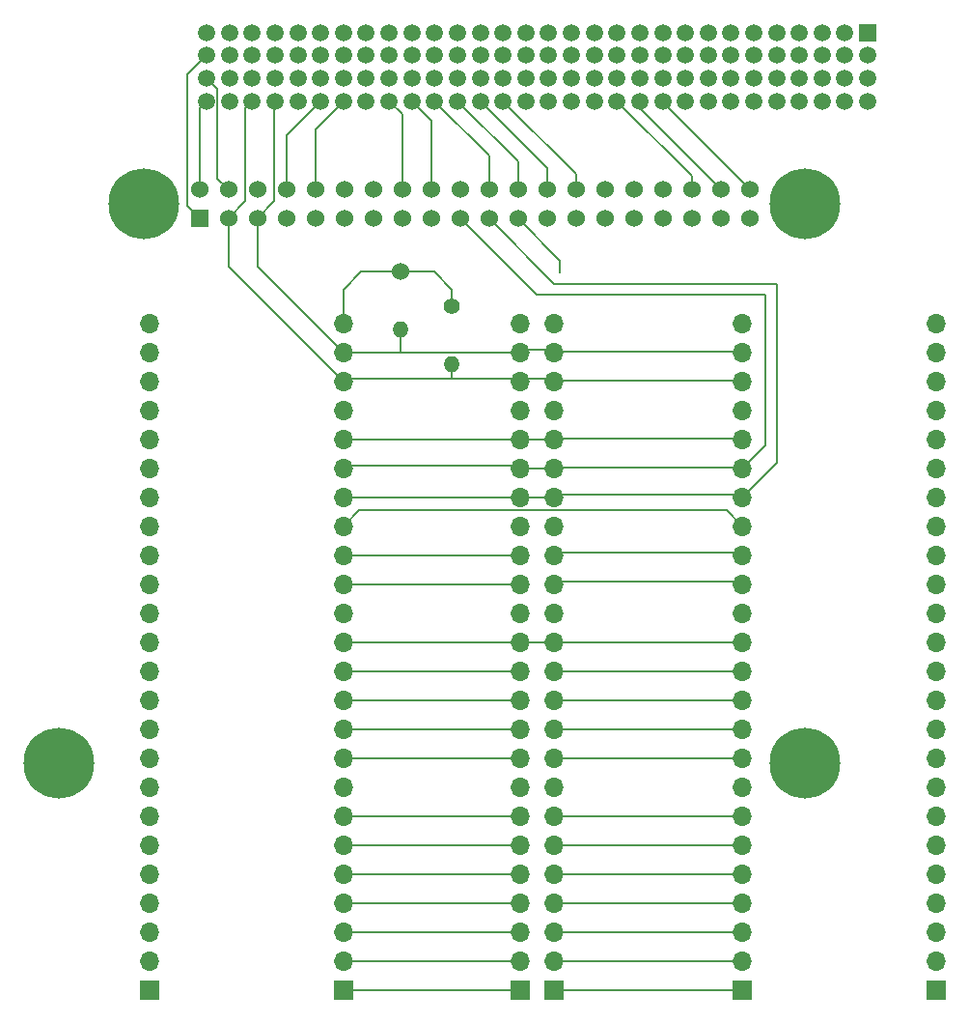
<source format=gbr>
%TF.GenerationSoftware,KiCad,Pcbnew,8.0.0*%
%TF.CreationDate,2025-01-08T23:24:48+02:00*%
%TF.ProjectId,diplomna_2024_pcb_layout,6469706c-6f6d-46e6-915f-323032345f70,rev?*%
%TF.SameCoordinates,Original*%
%TF.FileFunction,Copper,L1,Top*%
%TF.FilePolarity,Positive*%
%FSLAX46Y46*%
G04 Gerber Fmt 4.6, Leading zero omitted, Abs format (unit mm)*
G04 Created by KiCad (PCBNEW 8.0.0) date 2025-01-08 23:24:48*
%MOMM*%
%LPD*%
G01*
G04 APERTURE LIST*
%TA.AperFunction,ComponentPad*%
%ADD10R,1.524000X1.524000*%
%TD*%
%TA.AperFunction,ComponentPad*%
%ADD11C,1.524000*%
%TD*%
%TA.AperFunction,ComponentPad*%
%ADD12C,6.200000*%
%TD*%
%TA.AperFunction,ComponentPad*%
%ADD13R,1.700000X1.700000*%
%TD*%
%TA.AperFunction,ComponentPad*%
%ADD14O,1.700000X1.700000*%
%TD*%
%TA.AperFunction,ComponentPad*%
%ADD15R,1.500000X1.500000*%
%TD*%
%TA.AperFunction,ComponentPad*%
%ADD16C,1.500000*%
%TD*%
%TA.AperFunction,ComponentPad*%
%ADD17O,1.400000X1.400000*%
%TD*%
%TA.AperFunction,ComponentPad*%
%ADD18C,1.400000*%
%TD*%
%TA.AperFunction,ViaPad*%
%ADD19C,0.300000*%
%TD*%
%TA.AperFunction,Conductor*%
%ADD20C,0.200000*%
%TD*%
G04 APERTURE END LIST*
D10*
%TO.P,REF\u002A\u002A,1*%
%TO.N,3.3v*%
X173370000Y-70770000D03*
D11*
%TO.P,REF\u002A\u002A,2*%
%TO.N,VDD*%
X173370000Y-68230000D03*
%TO.P,REF\u002A\u002A,3*%
%TO.N,sda_i2c*%
X175910000Y-70770000D03*
%TO.P,REF\u002A\u002A,4*%
%TO.N,VDD*%
X175910000Y-68230000D03*
%TO.P,REF\u002A\u002A,5*%
%TO.N,scl_i2c*%
X178450000Y-70770000D03*
%TO.P,REF\u002A\u002A,6*%
%TO.N,GND*%
X178450000Y-68230000D03*
%TO.P,REF\u002A\u002A,7*%
%TO.N,N/C*%
X180990000Y-70770000D03*
%TO.P,REF\u002A\u002A,8*%
%TO.N,tx*%
X180990000Y-68230000D03*
%TO.P,REF\u002A\u002A,9*%
%TO.N,GND*%
X183530000Y-70770000D03*
%TO.P,REF\u002A\u002A,10*%
%TO.N,rx*%
X183530000Y-68230000D03*
%TO.P,REF\u002A\u002A,11*%
%TO.N,N/C*%
X186070000Y-70770000D03*
%TO.P,REF\u002A\u002A,12*%
X186070000Y-68230000D03*
%TO.P,REF\u002A\u002A,13*%
X188610000Y-70770000D03*
%TO.P,REF\u002A\u002A,14*%
%TO.N,GND*%
X188610000Y-68230000D03*
%TO.P,REF\u002A\u002A,15*%
%TO.N,N/C*%
X191150000Y-70770000D03*
%TO.P,REF\u002A\u002A,16*%
%TO.N,I/O*%
X191150000Y-68230000D03*
%TO.P,REF\u002A\u002A,17*%
%TO.N,N/C*%
X193690000Y-70770000D03*
%TO.P,REF\u002A\u002A,18*%
%TO.N,I/O*%
X193690000Y-68230000D03*
%TO.P,REF\u002A\u002A,19*%
%TO.N,mosi*%
X196230000Y-70770000D03*
%TO.P,REF\u002A\u002A,20*%
%TO.N,GND*%
X196230000Y-68230000D03*
%TO.P,REF\u002A\u002A,21*%
%TO.N,miso*%
X198770000Y-70770000D03*
%TO.P,REF\u002A\u002A,22*%
%TO.N,I/O*%
X198770000Y-68230000D03*
%TO.P,REF\u002A\u002A,23*%
%TO.N,scl*%
X201310000Y-70770000D03*
%TO.P,REF\u002A\u002A,24*%
%TO.N,I/O*%
X201310000Y-68230000D03*
%TO.P,REF\u002A\u002A,25*%
%TO.N,GND*%
X203850000Y-70770000D03*
%TO.P,REF\u002A\u002A,26*%
%TO.N,I/O*%
X203850000Y-68230000D03*
%TO.P,REF\u002A\u002A,27*%
%TO.N,N/C*%
X206390000Y-70770000D03*
%TO.P,REF\u002A\u002A,28*%
%TO.N,I/O*%
X206390000Y-68230000D03*
%TO.P,REF\u002A\u002A,29*%
%TO.N,N/C*%
X208930000Y-70770000D03*
%TO.P,REF\u002A\u002A,30*%
%TO.N,GND*%
X208930000Y-68230000D03*
%TO.P,REF\u002A\u002A,31*%
%TO.N,N/C*%
X211470000Y-70770000D03*
%TO.P,REF\u002A\u002A,32*%
X211470000Y-68230000D03*
%TO.P,REF\u002A\u002A,33*%
X214010000Y-70770000D03*
%TO.P,REF\u002A\u002A,34*%
%TO.N,GND*%
X214010000Y-68230000D03*
%TO.P,REF\u002A\u002A,35*%
%TO.N,N/C*%
X216550000Y-70770000D03*
%TO.P,REF\u002A\u002A,36*%
%TO.N,I/O*%
X216550000Y-68230000D03*
%TO.P,REF\u002A\u002A,37*%
%TO.N,N/C*%
X219090000Y-70770000D03*
%TO.P,REF\u002A\u002A,38*%
%TO.N,I/O*%
X219090000Y-68230000D03*
%TO.P,REF\u002A\u002A,39*%
%TO.N,GND*%
X221630000Y-70770000D03*
%TO.P,REF\u002A\u002A,40*%
%TO.N,I/O*%
X221630000Y-68230000D03*
D12*
%TO.P,REF\u002A\u002A,S1*%
%TO.N,GND*%
X168500000Y-69500000D03*
%TO.P,REF\u002A\u002A,S2*%
X226500000Y-69500000D03*
%TO.P,REF\u002A\u002A,S3*%
X226500000Y-118500000D03*
%TD*%
D13*
%TO.P,REF\u002A\u002A,1*%
%TO.N,I/O*%
X186000000Y-138400000D03*
D14*
%TO.P,REF\u002A\u002A,2*%
X186000000Y-135860000D03*
%TO.P,REF\u002A\u002A,3*%
X186000000Y-133320000D03*
%TO.P,REF\u002A\u002A,4*%
X186000000Y-130780000D03*
%TO.P,REF\u002A\u002A,5*%
X186000000Y-128240000D03*
%TO.P,REF\u002A\u002A,6*%
X186000000Y-125700000D03*
%TO.P,REF\u002A\u002A,7*%
X186000000Y-123160000D03*
%TO.P,REF\u002A\u002A,8*%
%TO.N,N/C*%
X186000000Y-120620000D03*
%TO.P,REF\u002A\u002A,9*%
%TO.N,CS*%
X186000000Y-118080000D03*
%TO.P,REF\u002A\u002A,10*%
X186000000Y-115540000D03*
%TO.P,REF\u002A\u002A,11*%
X186000000Y-113000000D03*
%TO.P,REF\u002A\u002A,12*%
X186000000Y-110460000D03*
%TO.P,REF\u002A\u002A,13*%
X186000000Y-107920000D03*
%TO.P,REF\u002A\u002A,14*%
%TO.N,N/C*%
X186000000Y-105380000D03*
%TO.P,REF\u002A\u002A,15*%
%TO.N,analog*%
X186000000Y-102840000D03*
%TO.P,REF\u002A\u002A,16*%
X186000000Y-100300000D03*
%TO.P,REF\u002A\u002A,17*%
%TO.N,CS*%
X186000000Y-97760000D03*
%TO.P,REF\u002A\u002A,18*%
%TO.N,miso*%
X186000000Y-95220000D03*
%TO.P,REF\u002A\u002A,19*%
%TO.N,mosi*%
X186000000Y-92680000D03*
%TO.P,REF\u002A\u002A,20*%
%TO.N,scl*%
X186000000Y-90140000D03*
%TO.P,REF\u002A\u002A,21*%
%TO.N,N/C*%
X186000000Y-87600000D03*
%TO.P,REF\u002A\u002A,22*%
%TO.N,sda_i2c*%
X186000000Y-85060000D03*
%TO.P,REF\u002A\u002A,23*%
%TO.N,scl_i2c*%
X186000000Y-82520000D03*
%TO.P,REF\u002A\u002A,24*%
%TO.N,VDD*%
X186000000Y-79980000D03*
%TD*%
D12*
%TO.P,,S4*%
%TO.N,GND*%
X161000000Y-118500000D03*
%TD*%
D14*
%TO.P,REF\u002A\u002A,24*%
%TO.N,VDD*%
X238000000Y-79980000D03*
%TO.P,REF\u002A\u002A,23*%
%TO.N,N/C*%
X238000000Y-82520000D03*
%TO.P,REF\u002A\u002A,22*%
X238000000Y-85060000D03*
%TO.P,REF\u002A\u002A,21*%
X238000000Y-87600000D03*
%TO.P,REF\u002A\u002A,20*%
X238000000Y-90140000D03*
%TO.P,REF\u002A\u002A,19*%
X238000000Y-92680000D03*
%TO.P,REF\u002A\u002A,18*%
X238000000Y-95220000D03*
%TO.P,REF\u002A\u002A,17*%
X238000000Y-97760000D03*
%TO.P,REF\u002A\u002A,16*%
X238000000Y-100300000D03*
%TO.P,REF\u002A\u002A,15*%
X238000000Y-102840000D03*
%TO.P,REF\u002A\u002A,14*%
X238000000Y-105380000D03*
%TO.P,REF\u002A\u002A,13*%
X238000000Y-107920000D03*
%TO.P,REF\u002A\u002A,12*%
X238000000Y-110460000D03*
%TO.P,REF\u002A\u002A,11*%
X238000000Y-113000000D03*
%TO.P,REF\u002A\u002A,10*%
X238000000Y-115540000D03*
%TO.P,REF\u002A\u002A,9*%
X238000000Y-118080000D03*
%TO.P,REF\u002A\u002A,8*%
X238000000Y-120620000D03*
%TO.P,REF\u002A\u002A,7*%
X238000000Y-123160000D03*
%TO.P,REF\u002A\u002A,6*%
X238000000Y-125700000D03*
%TO.P,REF\u002A\u002A,5*%
X238000000Y-128240000D03*
%TO.P,REF\u002A\u002A,4*%
X238000000Y-130780000D03*
%TO.P,REF\u002A\u002A,3*%
X238000000Y-133320000D03*
%TO.P,REF\u002A\u002A,2*%
X238000000Y-135860000D03*
D13*
%TO.P,REF\u002A\u002A,1*%
X238000000Y-138400000D03*
%TD*%
%TO.P,REF\u002A\u002A,1*%
%TO.N,I/O*%
X204500000Y-138400000D03*
D14*
%TO.P,REF\u002A\u002A,2*%
X204500000Y-135860000D03*
%TO.P,REF\u002A\u002A,3*%
X204500000Y-133320000D03*
%TO.P,REF\u002A\u002A,4*%
X204500000Y-130780000D03*
%TO.P,REF\u002A\u002A,5*%
X204500000Y-128240000D03*
%TO.P,REF\u002A\u002A,6*%
X204500000Y-125700000D03*
%TO.P,REF\u002A\u002A,7*%
X204500000Y-123160000D03*
%TO.P,REF\u002A\u002A,8*%
%TO.N,N/C*%
X204500000Y-120620000D03*
%TO.P,REF\u002A\u002A,9*%
%TO.N,CS*%
X204500000Y-118080000D03*
%TO.P,REF\u002A\u002A,10*%
X204500000Y-115540000D03*
%TO.P,REF\u002A\u002A,11*%
X204500000Y-113000000D03*
%TO.P,REF\u002A\u002A,12*%
X204500000Y-110460000D03*
%TO.P,REF\u002A\u002A,13*%
X204500000Y-107920000D03*
%TO.P,REF\u002A\u002A,14*%
%TO.N,N/C*%
X204500000Y-105380000D03*
%TO.P,REF\u002A\u002A,15*%
%TO.N,analog*%
X204500000Y-102840000D03*
%TO.P,REF\u002A\u002A,16*%
X204500000Y-100300000D03*
%TO.P,REF\u002A\u002A,17*%
%TO.N,N/C*%
X204500000Y-97760000D03*
%TO.P,REF\u002A\u002A,18*%
%TO.N,miso*%
X204500000Y-95220000D03*
%TO.P,REF\u002A\u002A,19*%
%TO.N,mosi*%
X204500000Y-92680000D03*
%TO.P,REF\u002A\u002A,20*%
%TO.N,scl*%
X204500000Y-90140000D03*
%TO.P,REF\u002A\u002A,21*%
%TO.N,N/C*%
X204500000Y-87600000D03*
%TO.P,REF\u002A\u002A,22*%
%TO.N,sda_i2c*%
X204500000Y-85060000D03*
%TO.P,REF\u002A\u002A,23*%
%TO.N,scl_i2c*%
X204500000Y-82520000D03*
%TO.P,REF\u002A\u002A,24*%
%TO.N,N/C*%
X204500000Y-79980000D03*
%TD*%
D13*
%TO.P,REF\u002A\u002A,1*%
%TO.N,I/O*%
X201500000Y-138400000D03*
D14*
%TO.P,REF\u002A\u002A,2*%
X201500000Y-135860000D03*
%TO.P,REF\u002A\u002A,3*%
X201500000Y-133320000D03*
%TO.P,REF\u002A\u002A,4*%
X201500000Y-130780000D03*
%TO.P,REF\u002A\u002A,5*%
X201500000Y-128240000D03*
%TO.P,REF\u002A\u002A,6*%
X201500000Y-125700000D03*
%TO.P,REF\u002A\u002A,7*%
X201500000Y-123160000D03*
%TO.P,REF\u002A\u002A,8*%
%TO.N,N/C*%
X201500000Y-120620000D03*
%TO.P,REF\u002A\u002A,9*%
%TO.N,CS*%
X201500000Y-118080000D03*
%TO.P,REF\u002A\u002A,10*%
X201500000Y-115540000D03*
%TO.P,REF\u002A\u002A,11*%
X201500000Y-113000000D03*
%TO.P,REF\u002A\u002A,12*%
X201500000Y-110460000D03*
%TO.P,REF\u002A\u002A,13*%
X201500000Y-107920000D03*
%TO.P,REF\u002A\u002A,14*%
%TO.N,N/C*%
X201500000Y-105380000D03*
%TO.P,REF\u002A\u002A,15*%
%TO.N,analog*%
X201500000Y-102840000D03*
%TO.P,REF\u002A\u002A,16*%
X201500000Y-100300000D03*
%TO.P,REF\u002A\u002A,17*%
%TO.N,N/C*%
X201500000Y-97760000D03*
%TO.P,REF\u002A\u002A,18*%
%TO.N,miso*%
X201500000Y-95220000D03*
%TO.P,REF\u002A\u002A,19*%
%TO.N,mosi*%
X201500000Y-92680000D03*
%TO.P,REF\u002A\u002A,20*%
%TO.N,scl*%
X201500000Y-90140000D03*
%TO.P,REF\u002A\u002A,21*%
%TO.N,N/C*%
X201500000Y-87600000D03*
%TO.P,REF\u002A\u002A,22*%
%TO.N,sda_i2c*%
X201500000Y-85060000D03*
%TO.P,REF\u002A\u002A,23*%
%TO.N,scl_i2c*%
X201500000Y-82520000D03*
%TO.P,REF\u002A\u002A,24*%
%TO.N,N/C*%
X201500000Y-79980000D03*
%TD*%
D13*
%TO.P,REF\u002A\u002A,1*%
%TO.N,N/C*%
X169000000Y-138400000D03*
D14*
%TO.P,REF\u002A\u002A,2*%
X169000000Y-135860000D03*
%TO.P,REF\u002A\u002A,3*%
X169000000Y-133320000D03*
%TO.P,REF\u002A\u002A,4*%
X169000000Y-130780000D03*
%TO.P,REF\u002A\u002A,5*%
X169000000Y-128240000D03*
%TO.P,REF\u002A\u002A,6*%
X169000000Y-125700000D03*
%TO.P,REF\u002A\u002A,7*%
X169000000Y-123160000D03*
%TO.P,REF\u002A\u002A,8*%
X169000000Y-120620000D03*
%TO.P,REF\u002A\u002A,9*%
X169000000Y-118080000D03*
%TO.P,REF\u002A\u002A,10*%
X169000000Y-115540000D03*
%TO.P,REF\u002A\u002A,11*%
X169000000Y-113000000D03*
%TO.P,REF\u002A\u002A,12*%
X169000000Y-110460000D03*
%TO.P,REF\u002A\u002A,13*%
X169000000Y-107920000D03*
%TO.P,REF\u002A\u002A,14*%
X169000000Y-105380000D03*
%TO.P,REF\u002A\u002A,15*%
X169000000Y-102840000D03*
%TO.P,REF\u002A\u002A,16*%
X169000000Y-100300000D03*
%TO.P,REF\u002A\u002A,17*%
X169000000Y-97760000D03*
%TO.P,REF\u002A\u002A,18*%
X169000000Y-95220000D03*
%TO.P,REF\u002A\u002A,19*%
X169000000Y-92680000D03*
%TO.P,REF\u002A\u002A,20*%
X169000000Y-90140000D03*
%TO.P,REF\u002A\u002A,21*%
X169000000Y-87600000D03*
%TO.P,REF\u002A\u002A,22*%
X169000000Y-85060000D03*
%TO.P,REF\u002A\u002A,23*%
X169000000Y-82520000D03*
%TO.P,REF\u002A\u002A,24*%
%TO.N,GND*%
X169000000Y-79980000D03*
%TD*%
D15*
%TO.P,J\u002A\u002A,1*%
%TO.N,N/C*%
X232000000Y-54500000D03*
D16*
%TO.P,J\u002A\u002A,2*%
X230000000Y-54500000D03*
%TO.P,J\u002A\u002A,3*%
X228000000Y-54500000D03*
%TO.P,J\u002A\u002A,4*%
X226000000Y-54500000D03*
%TO.P,J\u002A\u002A,5*%
X224000000Y-54500000D03*
%TO.P,J\u002A\u002A,6*%
X222000000Y-54500000D03*
%TO.P,J\u002A\u002A,7*%
X220000000Y-54500000D03*
%TO.P,J\u002A\u002A,8*%
X218000000Y-54500000D03*
%TO.P,J\u002A\u002A,9*%
X216000000Y-54500000D03*
%TO.P,J\u002A\u002A,10*%
X214000000Y-54500000D03*
%TO.P,J\u002A\u002A,11*%
X212000000Y-54500000D03*
%TO.P,J\u002A\u002A,12*%
X210000000Y-54500000D03*
%TO.P,J\u002A\u002A,13*%
X208000000Y-54500000D03*
%TO.P,J\u002A\u002A,14*%
X206000000Y-54500000D03*
%TO.P,J\u002A\u002A,15*%
X204000000Y-54500000D03*
%TO.P,J\u002A\u002A,16*%
X202000000Y-54500000D03*
%TO.P,J\u002A\u002A,17*%
X200000000Y-54500000D03*
%TO.P,J\u002A\u002A,18*%
X198000000Y-54500000D03*
%TO.P,J\u002A\u002A,19*%
X196000000Y-54500000D03*
%TO.P,J\u002A\u002A,20*%
X194000000Y-54500000D03*
%TO.P,J\u002A\u002A,21*%
X192000000Y-54500000D03*
%TO.P,J\u002A\u002A,22*%
X190000000Y-54500000D03*
%TO.P,J\u002A\u002A,23*%
X188000000Y-54500000D03*
%TO.P,J\u002A\u002A,24*%
X186000000Y-54500000D03*
%TO.P,J\u002A\u002A,25*%
X184000000Y-54500000D03*
%TO.P,J\u002A\u002A,26*%
X182000000Y-54500000D03*
%TO.P,J\u002A\u002A,27*%
X180000000Y-54500000D03*
%TO.P,J\u002A\u002A,28*%
X178000000Y-54500000D03*
%TO.P,J\u002A\u002A,29*%
X176000000Y-54500000D03*
%TO.P,J\u002A\u002A,30*%
%TO.N,GND*%
X174000000Y-54500000D03*
%TO.P,J\u002A\u002A,31*%
%TO.N,N/C*%
X232000000Y-56500000D03*
%TO.P,J\u002A\u002A,32*%
X230000000Y-56500000D03*
%TO.P,J\u002A\u002A,33*%
X228000000Y-56500000D03*
%TO.P,J\u002A\u002A,34*%
X226000000Y-56500000D03*
%TO.P,J\u002A\u002A,35*%
X224000000Y-56500000D03*
%TO.P,J\u002A\u002A,36*%
X222000000Y-56500000D03*
%TO.P,J\u002A\u002A,37*%
X220000000Y-56500000D03*
%TO.P,J\u002A\u002A,38*%
X218000000Y-56500000D03*
%TO.P,J\u002A\u002A,39*%
X216000000Y-56500000D03*
%TO.P,J\u002A\u002A,40*%
X214000000Y-56500000D03*
%TO.P,J\u002A\u002A,41*%
X212000000Y-56500000D03*
%TO.P,J\u002A\u002A,42*%
X210000000Y-56500000D03*
%TO.P,J\u002A\u002A,43*%
X208000000Y-56500000D03*
%TO.P,J\u002A\u002A,44*%
X206000000Y-56500000D03*
%TO.P,J\u002A\u002A,45*%
X204000000Y-56500000D03*
%TO.P,J\u002A\u002A,46*%
X202000000Y-56500000D03*
%TO.P,J\u002A\u002A,47*%
X200000000Y-56500000D03*
%TO.P,J\u002A\u002A,48*%
X198000000Y-56500000D03*
%TO.P,J\u002A\u002A,49*%
X196000000Y-56500000D03*
%TO.P,J\u002A\u002A,50*%
X194000000Y-56500000D03*
%TO.P,J\u002A\u002A,51*%
X192000000Y-56500000D03*
%TO.P,J\u002A\u002A,52*%
X190000000Y-56500000D03*
%TO.P,J\u002A\u002A,53*%
X188000000Y-56500000D03*
%TO.P,J\u002A\u002A,54*%
X186000000Y-56500000D03*
%TO.P,J\u002A\u002A,55*%
X184000000Y-56500000D03*
%TO.P,J\u002A\u002A,56*%
X182000000Y-56500000D03*
%TO.P,J\u002A\u002A,57*%
X180000000Y-56500000D03*
%TO.P,J\u002A\u002A,58*%
X178000000Y-56500000D03*
%TO.P,J\u002A\u002A,59*%
X176000000Y-56500000D03*
%TO.P,J\u002A\u002A,60*%
%TO.N,3.3v*%
X174000000Y-56500000D03*
%TO.P,J\u002A\u002A,61*%
%TO.N,N/C*%
X232000000Y-58500000D03*
%TO.P,J\u002A\u002A,62*%
X230000000Y-58500000D03*
%TO.P,J\u002A\u002A,63*%
X228000000Y-58500000D03*
%TO.P,J\u002A\u002A,64*%
X226000000Y-58500000D03*
%TO.P,J\u002A\u002A,65*%
X224000000Y-58500000D03*
%TO.P,J\u002A\u002A,66*%
X222000000Y-58500000D03*
%TO.P,J\u002A\u002A,67*%
X220000000Y-58500000D03*
%TO.P,J\u002A\u002A,68*%
X218000000Y-58500000D03*
%TO.P,J\u002A\u002A,69*%
X216000000Y-58500000D03*
%TO.P,J\u002A\u002A,70*%
X214000000Y-58500000D03*
%TO.P,J\u002A\u002A,71*%
X212000000Y-58500000D03*
%TO.P,J\u002A\u002A,72*%
X210000000Y-58500000D03*
%TO.P,J\u002A\u002A,73*%
X208000000Y-58500000D03*
%TO.P,J\u002A\u002A,74*%
X206000000Y-58500000D03*
%TO.P,J\u002A\u002A,75*%
X204000000Y-58500000D03*
%TO.P,J\u002A\u002A,76*%
X202000000Y-58500000D03*
%TO.P,J\u002A\u002A,77*%
X200000000Y-58500000D03*
%TO.P,J\u002A\u002A,78*%
X198000000Y-58500000D03*
%TO.P,J\u002A\u002A,79*%
X196000000Y-58500000D03*
%TO.P,J\u002A\u002A,80*%
X194000000Y-58500000D03*
%TO.P,J\u002A\u002A,81*%
X192000000Y-58500000D03*
%TO.P,J\u002A\u002A,82*%
X190000000Y-58500000D03*
%TO.P,J\u002A\u002A,83*%
X188000000Y-58500000D03*
%TO.P,J\u002A\u002A,84*%
X186000000Y-58500000D03*
%TO.P,J\u002A\u002A,85*%
X184000000Y-58500000D03*
%TO.P,J\u002A\u002A,86*%
X182000000Y-58500000D03*
%TO.P,J\u002A\u002A,87*%
X180000000Y-58500000D03*
%TO.P,J\u002A\u002A,88*%
X178000000Y-58500000D03*
%TO.P,J\u002A\u002A,89*%
X176000000Y-58500000D03*
%TO.P,J\u002A\u002A,90*%
%TO.N,VDD*%
X174000000Y-58500000D03*
%TO.P,J\u002A\u002A,91*%
%TO.N,N/C*%
X232000000Y-60500000D03*
%TO.P,J\u002A\u002A,92*%
X230000000Y-60500000D03*
%TO.P,J\u002A\u002A,93*%
X228000000Y-60500000D03*
%TO.P,J\u002A\u002A,94*%
X226000000Y-60500000D03*
%TO.P,J\u002A\u002A,95*%
X224000000Y-60500000D03*
%TO.P,J\u002A\u002A,96*%
X222000000Y-60500000D03*
%TO.P,J\u002A\u002A,97*%
X220000000Y-60500000D03*
%TO.P,J\u002A\u002A,98*%
X218000000Y-60500000D03*
%TO.P,J\u002A\u002A,99*%
X216000000Y-60500000D03*
%TO.P,J\u002A\u002A,100*%
%TO.N,I/O*%
X214000000Y-60500000D03*
%TO.P,J\u002A\u002A,101*%
X212000000Y-60500000D03*
%TO.P,J\u002A\u002A,102*%
X210000000Y-60500000D03*
%TO.P,J\u002A\u002A,103*%
%TO.N,N/C*%
X208000000Y-60500000D03*
%TO.P,J\u002A\u002A,104*%
X206000000Y-60500000D03*
%TO.P,J\u002A\u002A,105*%
X204000000Y-60500000D03*
%TO.P,J\u002A\u002A,106*%
X202000000Y-60500000D03*
%TO.P,J\u002A\u002A,107*%
%TO.N,I/O*%
X200000000Y-60500000D03*
%TO.P,J\u002A\u002A,108*%
X198000000Y-60500000D03*
%TO.P,J\u002A\u002A,109*%
X196000000Y-60500000D03*
%TO.P,J\u002A\u002A,110*%
X194000000Y-60500000D03*
%TO.P,J\u002A\u002A,111*%
X192000000Y-60500000D03*
%TO.P,J\u002A\u002A,112*%
X190000000Y-60500000D03*
%TO.P,J\u002A\u002A,113*%
%TO.N,N/C*%
X188000000Y-60500000D03*
%TO.P,J\u002A\u002A,114*%
%TO.N,rx*%
X186000000Y-60500000D03*
%TO.P,J\u002A\u002A,115*%
%TO.N,tx*%
X184000000Y-60500000D03*
%TO.P,J\u002A\u002A,116*%
%TO.N,N/C*%
X182000000Y-60500000D03*
%TO.P,J\u002A\u002A,117*%
%TO.N,scl_i2c*%
X180000000Y-60500000D03*
%TO.P,J\u002A\u002A,118*%
%TO.N,sda_i2c*%
X178000000Y-60500000D03*
%TO.P,J\u002A\u002A,119*%
%TO.N,N/C*%
X176000000Y-60500000D03*
%TO.P,J\u002A\u002A,120*%
%TO.N,VDD*%
X174000000Y-60500000D03*
%TD*%
D11*
%TO.P,REF\u002A\u002A,1*%
%TO.N,VDD*%
X191000000Y-75460000D03*
D17*
%TO.P,REF\u002A\u002A,2*%
%TO.N,scl_i2c*%
X191000000Y-80540000D03*
%TD*%
D18*
%TO.P,REF\u002A\u002A,1*%
%TO.N,VDD*%
X195500000Y-78460000D03*
D17*
%TO.P,REF\u002A\u002A,3*%
%TO.N,sda_i2c*%
X195500000Y-83540000D03*
%TD*%
D14*
%TO.P,REF\u002A\u002A,24*%
%TO.N,GND*%
X221000000Y-79980000D03*
%TO.P,REF\u002A\u002A,23*%
%TO.N,scl_i2c*%
X221000000Y-82520000D03*
%TO.P,REF\u002A\u002A,22*%
%TO.N,sda_i2c*%
X221000000Y-85060000D03*
%TO.P,REF\u002A\u002A,21*%
%TO.N,N/C*%
X221000000Y-87600000D03*
%TO.P,REF\u002A\u002A,20*%
%TO.N,scl*%
X221000000Y-90140000D03*
%TO.P,REF\u002A\u002A,19*%
%TO.N,mosi*%
X221000000Y-92680000D03*
%TO.P,REF\u002A\u002A,18*%
%TO.N,miso*%
X221000000Y-95220000D03*
%TO.P,REF\u002A\u002A,17*%
%TO.N,CS*%
X221000000Y-97760000D03*
%TO.P,REF\u002A\u002A,16*%
%TO.N,analog*%
X221000000Y-100300000D03*
%TO.P,REF\u002A\u002A,15*%
X221000000Y-102840000D03*
%TO.P,REF\u002A\u002A,14*%
%TO.N,N/C*%
X221000000Y-105380000D03*
%TO.P,REF\u002A\u002A,13*%
%TO.N,CS*%
X221000000Y-107920000D03*
%TO.P,REF\u002A\u002A,12*%
X221000000Y-110460000D03*
%TO.P,REF\u002A\u002A,11*%
X221000000Y-113000000D03*
%TO.P,REF\u002A\u002A,10*%
X221000000Y-115540000D03*
%TO.P,REF\u002A\u002A,9*%
X221000000Y-118080000D03*
%TO.P,REF\u002A\u002A,8*%
%TO.N,N/C*%
X221000000Y-120620000D03*
%TO.P,REF\u002A\u002A,7*%
%TO.N,I/O*%
X221000000Y-123160000D03*
%TO.P,REF\u002A\u002A,6*%
X221000000Y-125700000D03*
%TO.P,REF\u002A\u002A,5*%
X221000000Y-128240000D03*
%TO.P,REF\u002A\u002A,4*%
X221000000Y-130780000D03*
%TO.P,REF\u002A\u002A,3*%
X221000000Y-133320000D03*
%TO.P,REF\u002A\u002A,2*%
X221000000Y-135860000D03*
D13*
%TO.P,REF\u002A\u002A,1*%
X221000000Y-138400000D03*
%TD*%
D19*
%TO.N,scl*%
X205000000Y-75500000D03*
%TD*%
D20*
%TO.N,CS*%
X204500000Y-115540000D02*
X221000000Y-115540000D01*
X204500000Y-118080000D02*
X221000000Y-118080000D01*
%TO.N,sda_i2c*%
X221000000Y-84980000D02*
X204620000Y-84980000D01*
%TO.N,I/O*%
X191150000Y-68230000D02*
X191150000Y-61650000D01*
%TO.N,miso*%
X201300000Y-95220000D02*
X201500000Y-95020000D01*
%TO.N,analog*%
X220880000Y-100100000D02*
X221000000Y-100220000D01*
%TO.N,I/O*%
X186000000Y-125700000D02*
X201500000Y-125700000D01*
%TO.N,scl_i2c*%
X179928000Y-69292000D02*
X179928000Y-60572000D01*
%TO.N,mosi*%
X202960000Y-77500000D02*
X223000000Y-77500000D01*
%TO.N,CS*%
X204500000Y-107920000D02*
X201500000Y-107920000D01*
X201500000Y-110460000D02*
X186000000Y-110460000D01*
%TO.N,sda_i2c*%
X186200000Y-84860000D02*
X186000000Y-85060000D01*
%TO.N,miso*%
X224000000Y-76500000D02*
X224000000Y-92220000D01*
%TO.N,I/O*%
X212000000Y-61140000D02*
X212000000Y-60500000D01*
%TO.N,CS*%
X186000000Y-113000000D02*
X201500000Y-113000000D01*
%TO.N,I/O*%
X186000000Y-130780000D02*
X201500000Y-130780000D01*
%TO.N,scl_i2c*%
X220880000Y-82340000D02*
X221000000Y-82460000D01*
%TO.N,I/O*%
X198770000Y-68230000D02*
X198770000Y-65270000D01*
%TO.N,scl_i2c*%
X186000000Y-82520000D02*
X191000000Y-82520000D01*
%TO.N,sda_i2c*%
X204620000Y-85000000D02*
X204500000Y-84880000D01*
%TO.N,analog*%
X186000000Y-102840000D02*
X201300000Y-102840000D01*
%TO.N,I/O*%
X204500000Y-128240000D02*
X221000000Y-128240000D01*
%TO.N,analog*%
X186000000Y-100300000D02*
X201300000Y-100300000D01*
%TO.N,scl*%
X201500000Y-90140000D02*
X204500000Y-90140000D01*
X201310000Y-70770000D02*
X205000000Y-74460000D01*
%TO.N,analog*%
X204500000Y-100100000D02*
X220880000Y-100100000D01*
%TO.N,I/O*%
X214000000Y-60600000D02*
X214000000Y-60500000D01*
%TO.N,miso*%
X224000000Y-92220000D02*
X221000000Y-95220000D01*
%TO.N,I/O*%
X186000000Y-133320000D02*
X201500000Y-133320000D01*
X186000000Y-138400000D02*
X201500000Y-138400000D01*
%TO.N,scl_i2c*%
X178450000Y-70770000D02*
X178450000Y-74970000D01*
%TO.N,scl*%
X204620000Y-90060000D02*
X204500000Y-89940000D01*
%TO.N,sda_i2c*%
X201500000Y-84860000D02*
X195500000Y-84860000D01*
%TO.N,mosi*%
X223000000Y-90680000D02*
X221000000Y-92680000D01*
%TO.N,miso*%
X201500000Y-95220000D02*
X204500000Y-95220000D01*
%TO.N,CS*%
X204500000Y-113000000D02*
X221000000Y-113000000D01*
%TO.N,scl_i2c*%
X204940000Y-82440000D02*
X221000000Y-82440000D01*
%TO.N,sda_i2c*%
X177388000Y-61112000D02*
X178000000Y-60500000D01*
%TO.N,I/O*%
X221000000Y-138400000D02*
X204500000Y-138400000D01*
%TO.N,CS*%
X186000000Y-118080000D02*
X201500000Y-118080000D01*
%TO.N,I/O*%
X204500000Y-130780000D02*
X221000000Y-130780000D01*
X201310000Y-68230000D02*
X201310000Y-65810000D01*
X204500000Y-135860000D02*
X221000000Y-135860000D01*
X219090000Y-68230000D02*
X212000000Y-61140000D01*
X216550000Y-67050000D02*
X210000000Y-60500000D01*
%TO.N,scl_i2c*%
X179928000Y-60572000D02*
X180000000Y-60500000D01*
X201300000Y-82520000D02*
X201500000Y-82320000D01*
%TO.N,sda_i2c*%
X195500000Y-84860000D02*
X186200000Y-84860000D01*
%TO.N,I/O*%
X206390000Y-66890000D02*
X200000000Y-60500000D01*
%TO.N,miso*%
X198770000Y-70770000D02*
X204500000Y-76500000D01*
%TO.N,mosi*%
X201500000Y-92680000D02*
X204500000Y-92680000D01*
%TO.N,sda_i2c*%
X201500000Y-84860000D02*
X204500000Y-84860000D01*
%TO.N,I/O*%
X191150000Y-61650000D02*
X190000000Y-60500000D01*
%TO.N,mosi*%
X223000000Y-77500000D02*
X223000000Y-90680000D01*
X221000000Y-92600000D02*
X204620000Y-92600000D01*
%TO.N,scl*%
X221000000Y-90060000D02*
X204620000Y-90060000D01*
%TO.N,scl_i2c*%
X204500000Y-82320000D02*
X204820000Y-82320000D01*
%TO.N,I/O*%
X221630000Y-68230000D02*
X214000000Y-60600000D01*
%TO.N,scl*%
X186000000Y-90140000D02*
X201300000Y-90140000D01*
%TO.N,I/O*%
X221000000Y-133320000D02*
X204500000Y-133320000D01*
%TO.N,scl_i2c*%
X191000000Y-80540000D02*
X191000000Y-82520000D01*
%TO.N,I/O*%
X203850000Y-66350000D02*
X198000000Y-60500000D01*
%TO.N,scl*%
X204500000Y-89940000D02*
X204940000Y-89940000D01*
%TO.N,sda_i2c*%
X186200000Y-84880000D02*
X186000000Y-85080000D01*
%TO.N,I/O*%
X186000000Y-128240000D02*
X201500000Y-128240000D01*
%TO.N,scl_i2c*%
X201500000Y-82320000D02*
X204500000Y-82320000D01*
%TO.N,CS*%
X186000000Y-107920000D02*
X201500000Y-107920000D01*
%TO.N,miso*%
X204500000Y-95020000D02*
X220880000Y-95020000D01*
%TO.N,I/O*%
X193690000Y-68230000D02*
X193690000Y-62190000D01*
%TO.N,scl_i2c*%
X204820000Y-82320000D02*
X204940000Y-82440000D01*
%TO.N,miso*%
X186000000Y-95220000D02*
X201300000Y-95220000D01*
%TO.N,mosi*%
X201500000Y-92480000D02*
X186200000Y-92480000D01*
%TO.N,sda_i2c*%
X175910000Y-70770000D02*
X177388000Y-69292000D01*
%TO.N,CS*%
X201500000Y-115540000D02*
X186000000Y-115540000D01*
%TO.N,scl_i2c*%
X191000000Y-82520000D02*
X201300000Y-82520000D01*
%TO.N,miso*%
X220880000Y-95020000D02*
X221000000Y-95140000D01*
%TO.N,scl*%
X204940000Y-89940000D02*
X205060000Y-90060000D01*
%TO.N,analog*%
X201300000Y-100300000D02*
X201500000Y-100100000D01*
%TO.N,I/O*%
X186000000Y-135860000D02*
X201500000Y-135860000D01*
%TO.N,analog*%
X204500000Y-102640000D02*
X220880000Y-102640000D01*
%TO.N,miso*%
X204500000Y-76500000D02*
X224000000Y-76500000D01*
%TO.N,mosi*%
X196230000Y-70770000D02*
X202960000Y-77500000D01*
%TO.N,I/O*%
X216550000Y-68230000D02*
X216550000Y-67050000D01*
%TO.N,analog*%
X201300000Y-102840000D02*
X201500000Y-102640000D01*
%TO.N,scl_i2c*%
X186200000Y-82340000D02*
X186000000Y-82540000D01*
%TO.N,mosi*%
X204620000Y-92600000D02*
X204500000Y-92480000D01*
%TO.N,I/O*%
X204500000Y-125700000D02*
X221000000Y-125700000D01*
%TO.N,scl*%
X201300000Y-90140000D02*
X201500000Y-89940000D01*
%TO.N,scl_i2c*%
X178450000Y-74970000D02*
X186000000Y-82520000D01*
%TO.N,analog*%
X220880000Y-102640000D02*
X221000000Y-102760000D01*
%TO.N,I/O*%
X201310000Y-65810000D02*
X196000000Y-60500000D01*
%TO.N,sda_i2c*%
X175910000Y-70770000D02*
X175910000Y-74970000D01*
%TO.N,I/O*%
X203850000Y-68230000D02*
X203850000Y-66350000D01*
%TO.N,sda_i2c*%
X177388000Y-69292000D02*
X177388000Y-61112000D01*
%TO.N,I/O*%
X204500000Y-123160000D02*
X221000000Y-123160000D01*
X193690000Y-62190000D02*
X192000000Y-60500000D01*
%TO.N,sda_i2c*%
X204620000Y-84980000D02*
X204500000Y-84860000D01*
%TO.N,scl*%
X205000000Y-74460000D02*
X205000000Y-75500000D01*
%TO.N,sda_i2c*%
X195500000Y-83540000D02*
X195500000Y-84860000D01*
%TO.N,I/O*%
X186000000Y-123160000D02*
X201500000Y-123160000D01*
%TO.N,scl_i2c*%
X178450000Y-70770000D02*
X179928000Y-69292000D01*
%TO.N,mosi*%
X186200000Y-92480000D02*
X186000000Y-92680000D01*
%TO.N,I/O*%
X198770000Y-65270000D02*
X194000000Y-60500000D01*
X206390000Y-68230000D02*
X206390000Y-66890000D01*
%TO.N,CS*%
X204500000Y-110460000D02*
X221000000Y-110460000D01*
%TO.N,sda_i2c*%
X175910000Y-74970000D02*
X186000000Y-85060000D01*
%TO.N,CS*%
X204500000Y-107920000D02*
X221000000Y-107920000D01*
%TO.N,VDD*%
X187540000Y-75460000D02*
X186000000Y-77000000D01*
X175910000Y-68230000D02*
X174950000Y-67270000D01*
X173370000Y-68230000D02*
X173370000Y-61130000D01*
X173370000Y-61130000D02*
X174000000Y-60500000D01*
X195500000Y-78460000D02*
X195500000Y-77000000D01*
X186000000Y-77000000D02*
X186000000Y-79980000D01*
X174950000Y-59450000D02*
X174000000Y-58500000D01*
X193960000Y-75460000D02*
X191000000Y-75460000D01*
X191000000Y-75460000D02*
X187540000Y-75460000D01*
X195500000Y-77000000D02*
X193960000Y-75460000D01*
X174950000Y-67270000D02*
X174950000Y-59450000D01*
%TO.N,CS*%
X187390000Y-96370000D02*
X219610000Y-96370000D01*
X220880000Y-97560000D02*
X221000000Y-97680000D01*
X219610000Y-96370000D02*
X221000000Y-97760000D01*
X186000000Y-97760000D02*
X187390000Y-96370000D01*
%TO.N,tx*%
X180990000Y-68230000D02*
X180990000Y-63510000D01*
X180990000Y-63510000D02*
X184000000Y-60500000D01*
%TO.N,rx*%
X183530000Y-68230000D02*
X183530000Y-62970000D01*
X183530000Y-62970000D02*
X186000000Y-60500000D01*
%TO.N,3.3v*%
X172308000Y-58192000D02*
X174000000Y-56500000D01*
X172308000Y-69708000D02*
X172308000Y-58192000D01*
X173370000Y-70770000D02*
X172308000Y-69708000D01*
%TD*%
M02*

</source>
